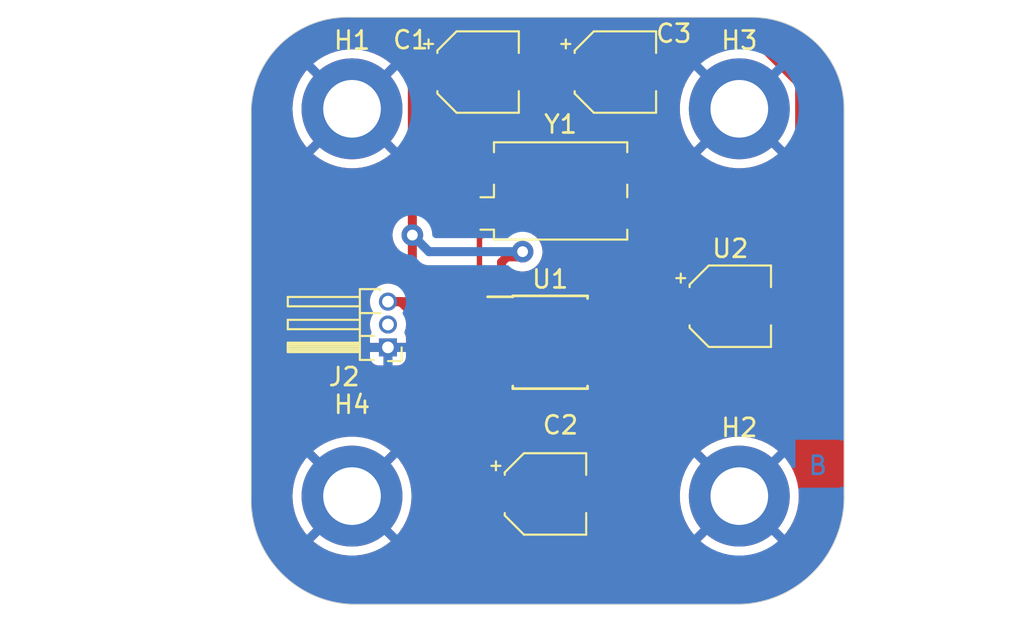
<source format=kicad_pcb>
(kicad_pcb (version 20221018) (generator pcbnew)
  (layers (0 "F.Cu" signal) (31 "B.Cu" signal) (34 "B.Paste" user) (35 "F.Paste" user) (36 "B.SilkS" user "B.Silkscreen") (37 "F.SilkS" user "F.Silkscreen") (38 "B.Mask" user) (39 "F.Mask" user) (44 "Edge.Cuts" user))
  (net 0 "")
  (net 1 "Q_IN")
  (net 2 "GND")
  (net 3 "Q_OUT")
  (net 4 "+3.3V")
  (net 5 "RXIR")
  (net 7 "UART_RX")
  (footprint "Capacitor_SMD:CP_Elec_4x5.4" (layer "F.Cu") (at 134.62 64)
    (fp_text reference "C3" (at 3.24 -2.14) (layer "F.SilkS"))
    (fp_text value "20 pF")
    (fp_line (start -3 -1.56) (end -2.5 -1.56) (stroke (width 0.12)) (layer "F.SilkS"))
    (fp_line (start -2.75 -1.81) (end -2.75 -1.31) (stroke (width 0.12)) (layer "F.SilkS"))
    (fp_line (start -2.26 -1.195563) (end -2.26 -1.06) (stroke (width 0.12)) (layer "F.SilkS"))
    (fp_line (start -2.26 -1.195563) (end -1.195563 -2.26) (stroke (width 0.12)) (layer "F.SilkS"))
    (fp_line (start -2.26 1.195563) (end -2.26 1.06) (stroke (width 0.12)) (layer "F.SilkS"))
    (fp_line (start -2.26 1.195563) (end -1.195563 2.26) (stroke (width 0.12)) (layer "F.SilkS"))
    (fp_line (start -1.195563 -2.26) (end 2.26 -2.26) (stroke (width 0.12)) (layer "F.SilkS"))
    (fp_line (start -1.195563 2.26) (end 2.26 2.26) (stroke (width 0.12)) (layer "F.SilkS"))
    (fp_line (start 2.26 -2.26) (end 2.26 -1.06) (stroke (width 0.12)) (layer "F.SilkS"))
    (fp_line (start 2.26 2.26) (end 2.26 1.06) (stroke (width 0.12)) (layer "F.SilkS"))
    (pad "1" smd roundrect (at -1.8 0) (size 2.6 1.6) (layers "F.Cu" "F.Paste" "F.Mask") (roundrect_rratio 0.15625) (net 3 "Q_OUT"))
    (pad "2" smd roundrect (at 1.8 0) (size 2.6 1.6) (layers "F.Cu" "F.Paste" "F.Mask") (roundrect_rratio 0.15625) (net 2 "GND"))
  )
  (footprint "Package_SO:SOIC-8-N7_3.9x4.9mm_P1.27mm" (layer "F.Cu") (at 131 79)
    (fp_text reference "U1" (at 0 -3.5) (layer "F.SilkS"))
    (fp_text value "MCP2120-I/P")
    (fp_line (start -2.075 -2.575) (end -2.075 -2.525) (stroke (width 0.15)) (layer "F.SilkS"))
    (fp_line (start -2.075 -2.575) (end 2.075 -2.575) (stroke (width 0.15)) (layer "F.SilkS"))
    (fp_line (start -2.075 -2.525) (end -3.475 -2.525) (stroke (width 0.15)) (layer "F.SilkS"))
    (fp_line (start -2.075 2.575) (end -2.075 2.43) (stroke (width 0.15)) (layer "F.SilkS"))
    (fp_line (start -2.075 2.575) (end 2.075 2.575) (stroke (width 0.15)) (layer "F.SilkS"))
    (fp_line (start 2.075 -2.575) (end 2.075 -2.43) (stroke (width 0.15)) (layer "F.SilkS"))
    (fp_line (start 2.075 2.575) (end 2.075 2.43) (stroke (width 0.15)) (layer "F.SilkS"))
    (pad "1" smd rect (at -2.7 -1.905) (size 1.55 0.6) (layers "F.Cu" "F.Paste" "F.Mask") (net 4 "+3.3V"))
    (pad "2" smd rect (at -2.7 -0.635) (size 1.55 0.6) (layers "F.Cu" "F.Paste" "F.Mask") (net 1 "Q_IN"))
    (pad "3" smd rect (at -2.7 0.635) (size 1.55 0.6) (layers "F.Cu" "F.Paste" "F.Mask") (net 3 "Q_OUT"))
    (pad "4" smd rect (at -2.7 1.905) (size 1.55 0.6) (layers "F.Cu" "F.Paste" "F.Mask") (net 4 "+3.3V"))
    (pad "5" smd rect (at 2.7 1.905) (size 1.55 0.6) (layers "F.Cu" "F.Paste" "F.Mask") (net 5 "RXIR"))
    (pad "6" smd rect (at 2.7 0.635) (size 1.55 0.6) (layers "F.Cu" "F.Paste" "F.Mask"))
    (pad "8" smd rect (at 2.7 -1.905) (size 1.55 0.6) (layers "F.Cu" "F.Paste" "F.Mask") (net 2 "GND"))
  )
  (footprint "Crystal:Crystal_SMD_EuroQuartz_MQ-4Pin_7.0x5.0mm" (layer "F.Cu") (at 131.58 70.6)
    (fp_text reference "Y1" (at 0 -3.7) (layer "F.SilkS"))
    (fp_text value "ABLS-7.3728MHz-20-B-3-H-T")
    (fp_line (start -4.45 0.35) (end -3.7 0.35) (stroke (width 0.12)) (layer "F.SilkS"))
    (fp_line (start -4.45 2.15) (end -3.7 2.15) (stroke (width 0.12)) (layer "F.SilkS"))
    (fp_line (start -3.7 -2.7) (end 3.7 -2.7) (stroke (width 0.12)) (layer "F.SilkS"))
    (fp_line (start -3.7 -2.15) (end -3.7 -2.7) (stroke (width 0.12)) (layer "F.SilkS"))
    (fp_line (start -3.7 0.35) (end -3.7 -0.35) (stroke (width 0.12)) (layer "F.SilkS"))
    (fp_line (start -3.7 2.15) (end -3.7 2.7) (stroke (width 0.12)) (layer "F.SilkS"))
    (fp_line (start -3.7 2.7) (end 3.7 2.7) (stroke (width 0.12)) (layer "F.SilkS"))
    (fp_line (start 3.7 -2.7) (end 3.7 -2.15) (stroke (width 0.12)) (layer "F.SilkS"))
    (fp_line (start 3.7 -0.35) (end 3.7 0.35) (stroke (width 0.12)) (layer "F.SilkS"))
    (fp_line (start 3.7 2.7) (end 3.7 2.15) (stroke (width 0.12)) (layer "F.SilkS"))
    (pad "1" smd rect (at -3.15 1.25) (size 2.2 1.4) (layers "F.Cu" "F.Paste" "F.Mask") (net 1 "Q_IN"))
    (pad "2" smd rect (at 3.15 1.25) (size 2.2 1.4) (layers "F.Cu" "F.Paste" "F.Mask") (net 3 "Q_OUT"))
    (pad "3" smd rect (at 3.15 -1.25) (size 2.2 1.4) (layers "F.Cu" "F.Paste" "F.Mask"))
    (pad "4" smd rect (at -3.15 -1.25) (size 2.2 1.4) (layers "F.Cu" "F.Paste" "F.Mask"))
  )
  (footprint "MountingHole:MountingHole_3.2mm_M3_DIN965_Pad" (layer "F.Cu") (at 120 66.04)
    (fp_text reference "H1" (at 0 -3.8) (layer "F.SilkS"))
    (fp_text value "Mounting Hole 1")
    (pad "1" thru_hole circle (at 0 0) (size 5.6 5.6) (drill 3.2) (layers "*.Cu" "*.Mask") (net 2 "GND"))
  )
  (footprint "MountingHole:MountingHole_3.2mm_M3_DIN965_Pad" (layer "F.Cu") (at 141.5 87.54)
    (fp_text reference "H2" (at 0 -3.8) (layer "F.SilkS"))
    (fp_text value "Mounting Hole 2")
    (pad "1" thru_hole circle (at 0 0) (size 5.6 5.6) (drill 3.2) (layers "*.Cu" "*.Mask") (net 2 "GND"))
  )
  (footprint "Capacitor_SMD:CP_Elec_4x5.4" (layer "F.Cu") (at 127 64)
    (fp_text reference "C1" (at -3.74 -1.78) (layer "F.SilkS"))
    (fp_text value "20 pF")
    (fp_line (start -3 -1.56) (end -2.5 -1.56) (stroke (width 0.12)) (layer "F.SilkS"))
    (fp_line (start -2.75 -1.81) (end -2.75 -1.31) (stroke (width 0.12)) (layer "F.SilkS"))
    (fp_line (start -2.26 -1.195563) (end -2.26 -1.06) (stroke (width 0.12)) (layer "F.SilkS"))
    (fp_line (start -2.26 -1.195563) (end -1.195563 -2.26) (stroke (width 0.12)) (layer "F.SilkS"))
    (fp_line (start -2.26 1.195563) (end -2.26 1.06) (stroke (width 0.12)) (layer "F.SilkS"))
    (fp_line (start -2.26 1.195563) (end -1.195563 2.26) (stroke (width 0.12)) (layer "F.SilkS"))
    (fp_line (start -1.195563 -2.26) (end 2.26 -2.26) (stroke (width 0.12)) (layer "F.SilkS"))
    (fp_line (start -1.195563 2.26) (end 2.26 2.26) (stroke (width 0.12)) (layer "F.SilkS"))
    (fp_line (start 2.26 -2.26) (end 2.26 -1.06) (stroke (width 0.12)) (layer "F.SilkS"))
    (fp_line (start 2.26 2.26) (end 2.26 1.06) (stroke (width 0.12)) (layer "F.SilkS"))
    (pad "1" smd roundrect (at -1.8 0) (size 2.6 1.6) (layers "F.Cu" "F.Paste" "F.Mask") (roundrect_rratio 0.15625) (net 1 "Q_IN"))
    (pad "2" smd roundrect (at 1.8 0) (size 2.6 1.6) (layers "F.Cu" "F.Paste" "F.Mask") (roundrect_rratio 0.15625) (net 2 "GND"))
  )
  (footprint "Capacitor_SMD:CP_Elec_4x5.4" (layer "F.Cu") (at 130.74 87.42)
    (fp_text reference "C2" (at 0.83 -3.82) (layer "F.SilkS"))
    (fp_text value "100 nF")
    (fp_line (start -3 -1.56) (end -2.5 -1.56) (stroke (width 0.12)) (layer "F.SilkS"))
    (fp_line (start -2.75 -1.81) (end -2.75 -1.31) (stroke (width 0.12)) (layer "F.SilkS"))
    (fp_line (start -2.26 -1.195563) (end -2.26 -1.06) (stroke (width 0.12)) (layer "F.SilkS"))
    (fp_line (start -2.26 -1.195563) (end -1.195563 -2.26) (stroke (width 0.12)) (layer "F.SilkS"))
    (fp_line (start -2.26 1.195563) (end -2.26 1.06) (stroke (width 0.12)) (layer "F.SilkS"))
    (fp_line (start -2.26 1.195563) (end -1.195563 2.26) (stroke (width 0.12)) (layer "F.SilkS"))
    (fp_line (start -1.195563 -2.26) (end 2.26 -2.26) (stroke (width 0.12)) (layer "F.SilkS"))
    (fp_line (start -1.195563 2.26) (end 2.26 2.26) (stroke (width 0.12)) (layer "F.SilkS"))
    (fp_line (start 2.26 -2.26) (end 2.26 -1.06) (stroke (width 0.12)) (layer "F.SilkS"))
    (fp_line (start 2.26 2.26) (end 2.26 1.06) (stroke (width 0.12)) (layer "F.SilkS"))
    (pad "1" smd roundrect (at -1.8 0) (size 2.6 1.6) (layers "F.Cu" "F.Paste" "F.Mask") (roundrect_rratio 0.15625) (net 4 "+3.3V"))
    (pad "2" smd roundrect (at 1.8 0) (size 2.6 1.6) (layers "F.Cu" "F.Paste" "F.Mask") (roundrect_rratio 0.15625) (net 2 "GND"))
  )
  (footprint "MountingHole:MountingHole_3.2mm_M3_DIN965_Pad" (layer "F.Cu") (at 141.5 66.04)
    (fp_text reference "H3" (at 0 -3.8) (layer "F.SilkS"))
    (fp_text value "Mounting Hole 3")
    (pad "1" thru_hole circle (at 0 0) (size 5.6 5.6) (drill 3.2) (layers "*.Cu" "*.Mask") (net 2 "GND"))
  )
  (footprint "MountingHole:MountingHole_3.2mm_M3_DIN965_Pad" (layer "F.Cu") (at 120 87.54)
    (fp_text reference "H4" (at 0 -5.08) (layer "F.SilkS"))
    (fp_text value "Mounting Hole 4")
    (pad "1" thru_hole circle (at 0 0) (size 5.6 5.6) (drill 3.2) (layers "*.Cu" "*.Mask") (net 2 "GND"))
  )
  (footprint "Capacitor_SMD:CP_Elec_4x5.4" (layer "F.Cu") (at 141 77)
    (fp_text reference "U2" (at 0 -3.2) (layer "F.SilkS"))
    (fp_text value "TSOP75338WTT")
    (fp_line (start -3 -1.56) (end -2.5 -1.56) (stroke (width 0.12)) (layer "F.SilkS"))
    (fp_line (start -2.75 -1.81) (end -2.75 -1.31) (stroke (width 0.12)) (layer "F.SilkS"))
    (fp_line (start -2.26 -1.195563) (end -2.26 -1.06) (stroke (width 0.12)) (layer "F.SilkS"))
    (fp_line (start -2.26 -1.195563) (end -1.195563 -2.26) (stroke (width 0.12)) (layer "F.SilkS"))
    (fp_line (start -2.26 1.195563) (end -2.26 1.06) (stroke (width 0.12)) (layer "F.SilkS"))
    (fp_line (start -2.26 1.195563) (end -1.195563 2.26) (stroke (width 0.12)) (layer "F.SilkS"))
    (fp_line (start -1.195563 -2.26) (end 2.26 -2.26) (stroke (width 0.12)) (layer "F.SilkS"))
    (fp_line (start -1.195563 2.26) (end 2.26 2.26) (stroke (width 0.12)) (layer "F.SilkS"))
    (fp_line (start 2.26 -2.26) (end 2.26 -1.06) (stroke (width 0.12)) (layer "F.SilkS"))
    (fp_line (start 2.26 2.26) (end 2.26 1.06) (stroke (width 0.12)) (layer "F.SilkS"))
    (pad "1" smd roundrect (at -1.8 0) (size 2.6 1.6) (layers "F.Cu" "F.Paste" "F.Mask") (roundrect_rratio 0.15625) (net 2 "GND"))
    (pad "2" smd roundrect (at 1.8 0) (size 2.6 1.6) (layers "F.Cu" "F.Paste" "F.Mask") (roundrect_rratio 0.15625) (net 4 "+3.3V"))
  )
  (footprint "Connector_PinHeader_1.27mm:PinHeader_1x03_P1.27mm_Horizontal" (layer "F.Cu") (at 121.995 79.285 180)
    (fp_text reference "J2" (at 2.4325 -1.635) (layer "F.SilkS"))
    (fp_text value "Conn_01x03")
    (fp_line (start -0.76 -0.76) (end 0 -0.76) (stroke (width 0.12)) (layer "F.SilkS"))
    (fp_line (start -0.76 0) (end -0.76 -0.76) (stroke (width 0.12)) (layer "F.SilkS"))
    (fp_line (start 0.44 1.889677) (end 0.44 1.920323) (stroke (width 0.12)) (layer "F.SilkS"))
    (fp_line (start 0.44 1.905) (end 1.56 1.905) (stroke (width 0.12)) (layer "F.SilkS"))
    (fp_line (start 0.44 3.235) (end 0.44 3.159677) (stroke (width 0.12)) (layer "F.SilkS"))
    (fp_line (start 0.76 -0.695) (end 1.56 -0.695) (stroke (width 0.12)) (layer "F.SilkS"))
    (fp_line (start 0.76 0.635) (end 1.56 0.635) (stroke (width 0.12)) (layer "F.SilkS"))
    (fp_line (start 1.56 -0.695) (end 1.56 3.235) (stroke (width 0.12)) (layer "F.SilkS"))
    (fp_line (start 1.56 -0.26) (end 5.56 -0.26) (stroke (width 0.12)) (layer "F.SilkS"))
    (fp_line (start 1.56 -0.2) (end 5.56 -0.2) (stroke (width 0.12)) (layer "F.SilkS"))
    (fp_line (start 1.56 -0.08) (end 5.56 -0.08) (stroke (width 0.12)) (layer "F.SilkS"))
    (fp_line (start 1.56 0.04) (end 5.56 0.04) (stroke (width 0.12)) (layer "F.SilkS"))
    (fp_line (start 1.56 0.16) (end 5.56 0.16) (stroke (width 0.12)) (layer "F.SilkS"))
    (fp_line (start 1.56 1.01) (end 5.56 1.01) (stroke (width 0.12)) (layer "F.SilkS"))
    (fp_line (start 1.56 2.28) (end 5.56 2.28) (stroke (width 0.12)) (layer "F.SilkS"))
    (fp_line (start 1.56 3.235) (end 0.44 3.235) (stroke (width 0.12)) (layer "F.SilkS"))
    (fp_line (start 5.56 -0.26) (end 5.56 0.26) (stroke (width 0.12)) (layer "F.SilkS"))
    (fp_line (start 5.56 0.26) (end 1.56 0.26) (stroke (width 0.12)) (layer "F.SilkS"))
    (fp_line (start 5.56 1.01) (end 5.56 1.53) (stroke (width 0.12)) (layer "F.SilkS"))
    (fp_line (start 5.56 1.53) (end 1.56 1.53) (stroke (width 0.12)) (layer "F.SilkS"))
    (fp_line (start 5.56 2.28) (end 5.56 2.8) (stroke (width 0.12)) (layer "F.SilkS"))
    (fp_line (start 5.56 2.8) (end 1.56 2.8) (stroke (width 0.12)) (layer "F.SilkS"))
    (pad "1" thru_hole rect (at 0 0 180) (size 1 1) (drill 0.65) (layers "*.Cu" "*.Mask") (net 2 "GND"))
    (pad "2" thru_hole oval (at 0 1.27 180) (size 1 1) (drill 0.65) (layers "*.Cu" "*.Mask") (net 7 "UART_RX"))
    (pad "3" thru_hole oval (at 0 2.54 180) (size 1 1) (drill 0.65) (layers "*.Cu" "*.Mask") (net 4 "+3.3V"))
  )
  (gr_line (start 114.4 66.04) (end 114.4 87.5) (stroke (width 0.05)) (layer "Edge.Cuts"))
  (gr_arc (start 142.24 60.96) (mid 145.832102 62.447898) (end 147.32 66.04) (stroke (width 0.05)) (layer "Edge.Cuts"))
  (gr_arc (start 147.32 87.411878) (mid 145.691247 91.682158) (end 141.52 93.55) (stroke (width 0.05)) (layer "Edge.Cuts"))
  (gr_line (start 142.24 60.96) (end 120 60.96) (stroke (width 0.05)) (layer "Edge.Cuts"))
  (gr_line (start 147.32 87.411878) (end 147.32 66.04) (stroke (width 0.05)) (layer "Edge.Cuts"))
  (gr_line (start 120 93.55) (end 141.52 93.55) (stroke (width 0.05)) (layer "Edge.Cuts"))
  (gr_arc (start 114.4 66.04) (mid 116.147897 62.340202) (end 120 60.96) (stroke (width 0.05)) (layer "Edge.Cuts"))
  (gr_arc (start 120 93.55) (mid 115.947004 91.684798) (end 114.4 87.5) (stroke (width 0.05)) (layer "Edge.Cuts"))
  (gr_text "MAËNA CHARBONNIER" (at 126.93 92.16) (layer "F.Cu") (effects (font (size 1 1)) (justify left bottom)))
  (gr_text "T" (at 145.1 83.71) (layer "F.Cu") (effects (font (size 1 1)) (justify left bottom)))
  (gr_text "B" (at 145.26 86.43) (layer "B.Cu") (effects (font (size 1 1)) (justify left bottom)))
  (segment (start 128.3 78.365) (end 127.225 78.365) (width 0.3) (layer "F.Cu") (net 1))
  (segment (start 127.225 78.365) (end 127.075 78.215) (width 0.3) (layer "F.Cu") (net 1))
  (segment (start 127.075 78.215) (end 127.075 73.205) (width 0.3) (layer "F.Cu") (net 1))
  (segment (start 128.43 71.85) (end 125.2 68.62) (width 0.3) (layer "F.Cu") (net 1))
  (segment (start 125.2 68.62) (end 125.2 64) (width 0.3) (layer "F.Cu") (net 1))
  (segment (start 127.075 73.205) (end 128.43 71.85) (width 0.3) (layer "F.Cu") (net 1))
  (segment (start 134.73 71.85) (end 134.73 73.91) (width 0.3) (layer "F.Cu") (net 3))
  (segment (start 136.28 67.46) (end 136.28 70.3) (width 0.3) (layer "F.Cu") (net 3))
  (segment (start 134.73 73.91) (end 129.04 79.6) (width 0.3) (layer "F.Cu") (net 3))
  (segment (start 132.82 64) (end 136.28 67.46) (width 0.3) (layer "F.Cu") (net 3))
  (segment (start 136.28 70.3) (end 134.73 71.85) (width 0.3) (layer "F.Cu") (net 3))
  (segment (start 128.94 87.42) (end 128.3 86.78) (width 0.5) (layer "F.Cu") (net 4))
  (segment (start 128.3 74.56) (end 128.6 74.26) (width 0.5) (layer "F.Cu") (net 4))
  (segment (start 144.85 64.652384) (end 144.85 74.95) (width 0.5) (layer "F.Cu") (net 4))
  (segment (start 123.235 76.745) (end 123.35 76.63) (width 0.5) (layer "F.Cu") (net 4))
  (segment (start 128.94 82.982894) (end 128.3 82.342894) (width 0.5) (layer "F.Cu") (net 4))
  (segment (start 142.047616 61.85) (end 144.85 64.652384) (width 0.5) (layer "F.Cu") (net 4))
  (segment (start 128.3 77.095) (end 128.3 74.56) (width 0.5) (layer "F.Cu") (net 4))
  (segment (start 128.94 83.73) (end 128.94 82.982894) (width 0.5) (layer "F.Cu") (net 4))
  (segment (start 123.35 76.63) (end 123.35 73.05) (width 0.5) (layer "F.Cu") (net 4))
  (segment (start 144.85 74.95) (end 142.8 77) (width 0.5) (layer "F.Cu") (net 4))
  (segment (start 128.3 82.342894) (end 128.3 80.905) (width 0.5) (layer "F.Cu") (net 4))
  (segment (start 123.35 73.05) (end 123.35 63.118629) (width 0.5) (layer "F.Cu") (net 4))
  (segment (start 123.225 76.785) (end 122.695 76.785) (width 0.5) (layer "F.Cu") (net 4))
  (segment (start 133.921371 88.77) (end 130.29 88.77) (width 0.5) (layer "F.Cu") (net 4))
  (segment (start 128.94 82.982894) (end 122.702106 76.745) (width 0.5) (layer "F.Cu") (net 4))
  (segment (start 128.6 74.26) (end 129.18 74.26) (width 0.5) (layer "F.Cu") (net 4))
  (segment (start 142.8 79.891371) (end 133.921371 88.77) (width 0.5) (layer "F.Cu") (net 4))
  (segment (start 128.94 83.73) (end 128.94 87.42) (width 0.5) (layer "F.Cu") (net 4))
  (segment (start 142.8 77) (end 142.8 79.891371) (width 0.5) (layer "F.Cu") (net 4))
  (segment (start 129.18 74.26) (end 129.47 73.97) (width 0.5) (layer "F.Cu") (net 4))
  (segment (start 130.29 88.77) (end 128.94 87.42) (width 0.5) (layer "F.Cu") (net 4))
  (segment (start 121.995 76.745) (end 123.235 76.745) (width 0.5) (layer "F.Cu") (net 4))
  (segment (start 122.702106 76.745) (end 121.995 76.745) (width 0.5) (layer "F.Cu") (net 4))
  (segment (start 124.618629 61.85) (end 142.047616 61.85) (width 0.5) (layer "F.Cu") (net 4))
  (segment (start 123.35 63.118629) (end 124.618629 61.85) (width 0.5) (layer "F.Cu") (net 4))
  (via (at 123.35 73.05) (size 1.2) (drill 0.6) (layers "F.Cu" "B.Cu") (net 4))
  (via (at 129.47 73.97) (size 1.2) (drill 0.6) (layers "F.Cu" "B.Cu") (net 4))
  (segment (start 124.27 73.97) (end 123.35 73.05) (width 0.5) (layer "B.Cu") (net 4))
  (segment (start 129.47 73.97) (end 124.27 73.97) (width 0.5) (layer "B.Cu") (net 4))
  (zone (net 2) (net_name "GND") (layer "F.Cu") (connect_pads (clearance 0.5)) (min_thickness 0.25) (fill yes (thermal_gap 0.5) (thermal_bridge_width 0.5))
    (polygon (pts (xy 113 60) (xy 149 60) (xy 149 95) (xy 113 95)))
  )
  (zone (net 2) (net_name "GND") (layer "B.Cu") (priority 1) (connect_pads (clearance 0.5)) (min_thickness 0.25) (fill yes (thermal_gap 0.5) (thermal_bridge_width 0.5))
    (polygon (pts (xy 113 60) (xy 149 60) (xy 149 95) (xy 113 95)))
  )
)
</source>
